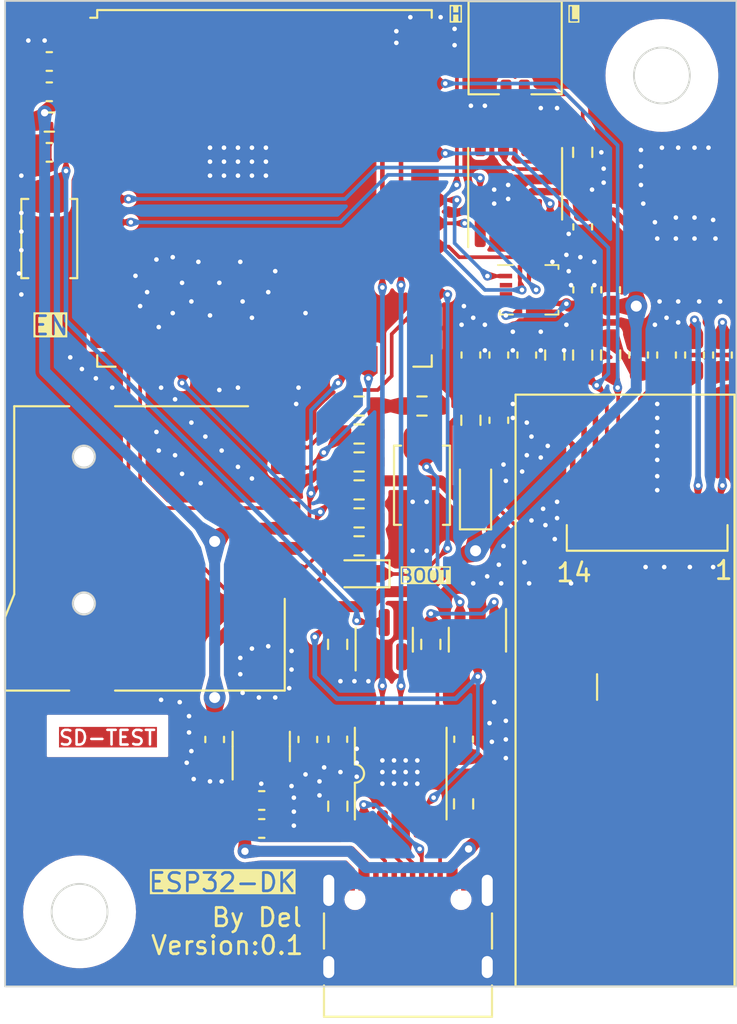
<source format=kicad_pcb>
(kicad_pcb (version 20221018) (generator pcbnew)
  (layers (0 "F.Cu" signal) (31 "B.Cu" signal) (34 "B.Paste" user) (35 "F.Paste" user) (36 "B.SilkS" user "B.Silkscreen") (37 "F.SilkS" user "F.Silkscreen") (38 "B.Mask" user) (39 "F.Mask" user) (44 "Edge.Cuts" user))
  (net 0 "")
  (net 1 "/ESP_EN")
  (net 2 "GND")
  (net 3 "+3.3V")
  (net 4 "Net-(D2-A)")
  (net 5 "Net-(U4-CVOMH)")
  (net 6 "Net-(U4-VCC)")
  (net 7 "Net-(U4-C2N)")
  (net 8 "Net-(U4-C2P)")
  (net 9 "Net-(U4-C1N)")
  (net 10 "Net-(U4-C1P)")
  (net 11 "+5V")
  (net 12 "Net-(U6-BP)")
  (net 13 "Net-(U5-V3)")
  (net 14 "/IO16")
  (net 15 "Net-(D1-A)")
  (net 16 "/CAN_L")
  (net 17 "/CAN_H")
  (net 18 "Net-(Q1-B)")
  (net 19 "/RTS")
  (net 20 "Net-(Q2-B)")
  (net 21 "/IO0")
  (net 22 "/DTR")
  (net 23 "/DATA1")
  (net 24 "/DATA0")
  (net 25 "/CMD")
  (net 26 "/DATA3")
  (net 27 "/DATA2")
  (net 28 "/IO22")
  (net 29 "/IO21")
  (net 30 "Net-(U4-IREF)")
  (net 31 "Net-(USB1-CC1)")
  (net 32 "Net-(USB1-CC2)")
  (net 33 "/CLK")
  (net 35 "/IO36")
  (net 36 "/IO39")
  (net 37 "/IO34")
  (net 38 "/IO35")
  (net 39 "/CAN_RX")
  (net 40 "/CAN_TX")
  (net 50 "/GYRO_INT")
  (net 51 "/CS")
  (net 52 "/IO18")
  (net 53 "/IO19")
  (net 55 "/ESP_RX")
  (net 56 "/ESP_TX")
  (net 57 "/IO23")
  (net 66 "/D+")
  (net 67 "/D-")
  (footprint "Resistor_SMD:R_0603_1608Metric_Pad0.98x0.95mm_HandSolder" (layer "F.Cu") (at 67.564 153.402 180)
    (fp_text reference "R5" hide)
    (fp_text value "10K" hide)
  )
  (footprint "Package_TO_SOT_SMD:SOT-23" (layer "F.Cu") (at 74.0156 163.0915 -90)
    (fp_text reference "Q2" hide)
    (fp_text value "S8050" hide)
  )
  (footprint "Capacitor_SMD:C_0603_1608Metric_Pad1.08x0.95mm_HandSolder" (layer "F.Cu") (at 85.852 147.574 90)
    (fp_text reference "C14" hide)
    (fp_text value "1uF" hide)
  )
  (footprint "ADel:0.91_OLED_14P" (layer "F.Cu") (at 87.271 156.845 -90)
    (fp_text reference "U4" hide)
    (fp_text value "OLED_14P_091" hide)
  )
  (footprint "Resistor_SMD:R_0603_1608Metric_Pad0.98x0.95mm_HandSolder" (layer "F.Cu") (at 67.564 151.878 180)
    (fp_text reference "R2" hide)
    (fp_text value "10K" hide)
  )
  (footprint "Resistor_SMD:R_0603_1608Metric_Pad0.98x0.95mm_HandSolder" (layer "F.Cu") (at 67.564 150.354 180)
    (fp_text reference "R1" hide)
    (fp_text value "10K" hide)
  )
  (footprint "Capacitor_SMD:C_0603_1608Metric_Pad1.08x0.95mm_HandSolder" (layer "F.Cu") (at 50.673 136.525 180)
    (fp_text reference "C1" hide)
    (fp_text value "1uF" hide)
  )
  (footprint "Package_LGA:Bosch_LGA-14_3x2.5mm_P0.5mm" (layer "F.Cu") (at 76.835 144.018)
    (fp_text reference "U3" hide)
    (fp_text value "BMI270" hide)
  )
  (footprint "Package_SO:SOIC-8_3.9x4.9mm_P1.27mm" (layer "F.Cu") (at 76.073 138.238 90)
    (fp_text reference "U2" hide)
    (fp_text value "SN65HVD232" hide)
  )
  (footprint "Resistor_SMD:R_0603_1608Metric_Pad0.98x0.95mm_HandSolder" (layer "F.Cu") (at 79.756 136.525 90)
    (fp_text reference "R10" hide)
    (fp_text value "120R" hide)
  )
  (footprint "Capacitor_SMD:C_0603_1608Metric_Pad1.08x0.95mm_HandSolder" (layer "F.Cu") (at 66.405 168.5172 -90)
    (fp_text reference "C21" hide)
    (fp_text value "100nF" hide)
  )
  (footprint "Capacitor_SMD:C_0603_1608Metric_Pad1.08x0.95mm_HandSolder" (layer "F.Cu") (at 81.28 144.018 90)
    (fp_text reference "C8" hide)
    (fp_text value "100nF" hide)
  )
  (footprint "Resistor_SMD:R_0603_1608Metric_Pad0.98x0.95mm_HandSolder" (layer "F.Cu") (at 73.66 151.13 -90)
    (fp_text reference "R9" hide)
    (fp_text value "4.7K" hide)
  )
  (footprint "Resistor_SMD:R_0603_1608Metric_Pad0.98x0.95mm_HandSolder" (layer "F.Cu") (at 70.993 150.354 180)
    (fp_text reference "R8" hide)
    (fp_text value "5K" hide)
  )
  (footprint "Capacitor_SMD:C_0603_1608Metric_Pad1.08x0.95mm_HandSolder" (layer "F.Cu") (at 76.708 147.574 90)
    (fp_text reference "C11" hide)
    (fp_text value "2.2uF" hide)
  )
  (footprint "Resistor_SMD:R_0603_1608Metric_Pad0.98x0.95mm_HandSolder" (layer "F.Cu") (at 66.3956 163.3455 -90)
    (fp_text reference "R16" hide)
    (fp_text value "10K" hide)
  )
  (footprint "ADel:SW_3x4" (layer "F.Cu") (at 70.993 154.672 -90)
    (fp_text reference "SW2" hide)
    (fp_text value "KEY" hide)
  )
  (footprint "Capacitor_SMD:C_0603_1608Metric_Pad1.08x0.95mm_HandSolder" (layer "F.Cu") (at 87.376 147.574 90)
    (fp_text reference "C13" hide)
    (fp_text value "1uF" hide)
  )
  (footprint "Resistor_SMD:R_0603_1608Metric_Pad0.98x0.95mm_HandSolder" (layer "F.Cu") (at 71.4756 163.3455 90)
    (fp_text reference "R17" hide)
    (fp_text value "10K" hide)
  )
  (footprint "RF_Module:ESP32-WROOM-32U" (layer "F.Cu") (at 62.4062 138.488)
    (fp_text reference "U1" hide)
    (fp_text value "ESP32-WROOM-32U" hide)
  )
  (footprint "Resistor_SMD:R_0603_1608Metric_Pad0.98x0.95mm_HandSolder" (layer "F.Cu") (at 67.564 154.926 180)
    (fp_text reference "R6" hide)
    (fp_text value "10K" hide)
  )
  (footprint "Capacitor_SMD:C_0603_1608Metric_Pad1.08x0.95mm_HandSolder" (layer "F.Cu") (at 75.184 151.13 90)
    (fp_text reference "C10" hide)
    (fp_text value "4.7uF" hide)
  )
  (footprint "Capacitor_SMD:C_0603_1608Metric_Pad1.08x0.95mm_HandSolder" (layer "F.Cu") (at 50.673 131.572 180)
    (fp_text reference "C4" hide)
    (fp_text value "100nF" hide)
  )
  (footprint "Capacitor_SMD:C_0603_1608Metric_Pad1.08x0.95mm_HandSolder" (layer "F.Cu") (at 79.756 144.018 90)
    (fp_text reference "C6" hide)
    (fp_text value "100nF" hide)
  )
  (footprint "Resistor_SMD:R_0603_1608Metric_Pad0.98x0.95mm_HandSolder" (layer "F.Cu") (at 81.28 147.574 -90)
    (fp_text reference "R11" hide)
    (fp_text value "4.7K" hide)
  )
  (footprint "Package_TO_SOT_SMD:SOT-23" (layer "F.Cu") (at 68.9356 163.0915 90)
    (fp_text reference "Q1" hide)
    (fp_text value "S8050" hide)
  )
  (footprint "Resistor_SMD:R_0603_1608Metric_Pad0.98x0.95mm_HandSolder" (layer "F.Cu") (at 67.564 156.45 180)
    (fp_text reference "R7" hide)
    (fp_text value "10K" hide)
  )
  (footprint "Capacitor_SMD:C_0603_1608Metric_Pad1.08x0.95mm_HandSolder" (layer "F.Cu") (at 50.673 133.223 180)
    (fp_text reference "C3" hide)
    (fp_text value "10uF" hide)
  )
  (footprint "ADel:ESSOP-10_P1.0_3.9" (layer "F.Cu") (at 69.834 170.39 90)
    (fp_text reference "U5" hide)
    (fp_text value "CH340K" hide)
  )
  (footprint "Capacitor_SMD:C_0603_1608Metric_Pad1.08x0.95mm_HandSolder" (layer "F.Cu") (at 84.328 147.574 90)
    (fp_text reference "C9" hide)
    (fp_text value "100nF" hide)
  )
  (footprint "Package_TO_SOT_SMD:SOT-23-5" (layer "F.Cu") (at 62.23 168.91 90)
    (fp_text reference "U6" hide)
    (fp_text value "SPX3819M5-L-3-3" hide)
  )
  (footprint "Capacitor_SMD:C_0603_1608Metric_Pad1.08x0.95mm_HandSolder" (layer "F.Cu") (at 73.263 168.5172 -90)
    (fp_text reference "C19" hide)
    (fp_text value "100nF" hide)
  )
  (footprint "Capacitor_SMD:C_0603_1608Metric_Pad1.08x0.95mm_HandSolder" (layer "F.Cu") (at 79.756 140.589 -90)
    (fp_text reference "C5" hide)
    (fp_text value "100nF" hide)
  )
  (footprint "LED_SMD:LED_0603_1608Metric_Pad1.05x0.95mm_HandSolder" (layer "F.Cu") (at 67.564 159.498 180)
    (fp_text reference "D1" hide)
    (fp_text value "LED" hide)
  )
  (footprint "Resistor_SMD:R_0603_1608Metric_Pad0.98x0.95mm_HandSolder" (layer "F.Cu") (at 78.232 147.574 -90)
    (fp_text reference "R13" hide)
    (fp_text value "560K" hide)
  )
  (footprint "Diode_SMD:D_SOD-323_HandSoldering" (layer "F.Cu") (at 73.914 155.067 90)
    (fp_text reference "D2" hide)
    (fp_text value "5819" hide)
  )
  (footprint "Capacitor_SMD:C_0603_1608Metric_Pad1.08x0.95mm_HandSolder" (layer "F.Cu") (at 62.2565 173.3815)
    (fp_text reference "C17" hide)
    (fp_text value "100nF" hide)
  )
  (footprint "Capacitor_SMD:C_0603_1608Metric_Pad1.08x0.95mm_HandSolder" (layer "F.Cu") (at 62.2565 171.8575)
    (fp_text reference "C16" hide)
    (fp_text value "10uF" hide)
  )
  (footprint "Resistor_SMD:R_0603_1608Metric_Pad0.98x0.95mm_HandSolder" (layer "F.Cu") (at 50.673 134.874)
    (fp_text reference "R4" hide)
    (fp_text value "10K" hide)
  )
  (footprint "Resistor_SMD:R_0603_1608Metric_Pad0.98x0.95mm_HandSolder" (layer "F.Cu") (at 66.405 172.168 90)
    (fp_text reference "R14" hide)
    (fp_text value "5.1K" hide)
  )
  (footprint "ADel:SW_3x4" (layer "F.Cu") (at 50.673 141.224 90)
    (fp_text reference "SW1" hide)
    (fp_text value "KEY" hide)
  )
  (footprint "Resistor_SMD:R_0603_1608Metric_Pad0.98x0.95mm_HandSolder" (layer "F.Cu") (at 73.263 172.041 90)
    (fp_text reference "R15" hide)
    (fp_text value "5.1K" hide)
  )
  (footprint "ADel:TF_CARD" (layer "F.Cu") (at 63.011 158.115 -90)
    (fp_text reference "SD1" hide)
    (fp_text value "TF-Card" hide)
    (fp_circle (center -5 10.45) (end -4.4 10.45) (stroke (width 0.12)) (fill none) (layer "Edge.Cuts"))
    (fp_circle (center 3 10.45) (end 3.6 10.45) (stroke (width 0.12)) (fill none) (layer "Edge.Cuts"))
  )
  (footprint "ADel:TYPE-C-16PIN_SMD" (layer "F.Cu") (at 70.251 175.086)
    (fp_text reference "USB1" hide)
    (fp_text value "Type_C_16PIN" hide)
  )
  (footprint "ADel:SH1.0_01x02P_WT" (layer "F.Cu") (at 76.073 133.361 180)
    (fp_text reference "J1" hide)
    (fp_text value "Conn_01x02_Male" hide)
  )
  (footprint "Capacitor_SMD:C_0603_1608Metric_Pad1.08x0.95mm_HandSolder" (layer "F.Cu") (at 73.66 147.574 90)
    (fp_text reference "C12" hide)
    (fp_text value "4.7uF" hide)
  )
  (footprint "Resistor_SMD:R_0603_1608Metric_Pad0.98x0.95mm_HandSolder" (layer "F.Cu") (at 67.564 157.974 180)
    (fp_text reference "R3" hide)
    (fp_text value "2.2K" hide)
  )
  (footprint "Capacitor_SMD:C_0603_1608Metric_Pad1.08x0.95mm_HandSolder" (layer "F.Cu") (at 82.804 147.574 90)
    (fp_text reference "C7" hide)
    (fp_text value "4.7uF" hide)
  )
  (footprint "Resistor_SMD:R_0603_1608Metric_Pad0.98x0.95mm_HandSolder" (layer "F.Cu") (at 79.756 147.574 -90)
    (fp_text reference "R12" hide)
    (fp_text value "4.7K" hide)
  )
  (footprint "Capacitor_SMD:C_0603_1608Metric_Pad1.08x0.95mm_HandSolder" (layer "F.Cu") (at 75.184 147.574 90)
    (fp_text reference "C15" hide)
    (fp_text value "100nF" hide)
  )
  (footprint "Capacitor_SMD:C_0603_1608Metric_Pad1.08x0.95mm_HandSolder" (layer "F.Cu") (at 64.77 168.529 -90)
    (fp_text reference "C18" hide)
    (fp_text value "2.2uF" hide)
  )
  (footprint "Capacitor_SMD:C_0603_1608Metric_Pad1.08x0.95mm_HandSolder" (layer "F.Cu") (at 59.69 168.529 -90)
    (fp_text reference "C20" hide)
    (fp_text value "10uF" hide)
  )
  (gr_circle (center 52.324 177.927) (end 52.324 179.451) (stroke (width 0.1)) (fill none) (layer "Edge.Cuts"))
  (gr_circle (center 84.074 132.334) (end 84.074 133.858) (stroke (width 0.1)) (fill none) (layer "Edge.Cuts"))
  (gr_rect (start 48.26 128.27) (end 88.138 181.991) (stroke (width 0.1)) (fill none) (layer "Edge.Cuts"))
  (gr_text "SD-TEST" (at 51.1175 168.91) (layer "F.Cu" knockout) (effects (font (size 0.8 0.8) (thickness 0.14) bold) (justify left bottom)))
  (gr_text "BOOT" (at 69.723 160.02) (layer "F.SilkS" knockout) (effects (font (size 0.7 0.7) (thickness 0.12) bold) (justify left bottom)))
  (gr_text "1" (at 86.868 159.893) (layer "F.SilkS") (effects (font (size 1 1)) (justify left bottom)))
  (gr_text "Version:0.1" (at 56.134 180.34) (layer "F.SilkS") (effects (font (size 1 1)) (justify left bottom)))
  (gr_text "ESP32-DK" (at 56.007 176.911) (layer "F.SilkS" knockout) (effects (font (size 1 1)) (justify left bottom)))
  (gr_text "EN" (at 49.657 146.558) (layer "F.SilkS" knockout) (effects (font (size 1 1)) (justify left bottom)))
  (gr_text "14" (at 78.232 160.02) (layer "F.SilkS") (effects (font (size 1 1)) (justify left bottom)))
  (gr_text "By Del" (at 59.436 178.816) (layer "F.SilkS") (effects (font (size 1 1)) (justify left bottom)))
  (gr_text "H" (at 72.39 129.413) (layer "F.SilkS" knockout) (effects (font (size 0.7 0.7) (thickness 0.12) bold) (justify left bottom)))
  (gr_text "L" (at 78.867 129.413) (layer "F.SilkS" knockout) (effects (font (size 0.7 0.7) (thickness 0.12) bold) (justify left bottom)))
  (segment (start 67.539 162.154) (end 68.9356 162.154) (width 0.25) (layer "F.Cu") (net 1))
  (segment (start 51.5855 134.874) (end 51.5855 137.541) (width 0.2) (layer "F.Cu") (net 1))
  (segment (start 51.5855 134.874) (end 52.451 134.0085) (width 0.2) (layer "F.Cu") (net 1))
  (segment (start 67.437 162.052) (end 67.539 162.154) (width 0.25) (layer "F.Cu") (net 1))
  (segment (start 52.451 134.0085) (end 52.451 133.223) (width 0.2) (layer "F.Cu") (net 1))
  (segment (start 52.451 133.223) (end 52.901 132.773) (width 0.2) (layer "F.Cu") (net 1))
  (segment (start 51.5855 138.0115) (end 50.673 138.924) (width 0.2) (layer "F.Cu") (net 1))
  (segment (start 52.901 132.773) (end 53.6562 132.773) (width 0.2) (layer "F.Cu") (net 1))
  (segment (start 51.5855 137.541) (end 51.5855 138.0115) (width 0.2) (layer "F.Cu") (net 1))
  (via (at 51.5855 137.541) (size 0.5) (drill 0.25) (layers "F.Cu" "B.Cu") (net 1))
  (via (at 67.437 162.052) (size 0.5) (drill 0.25) (layers "F.Cu" "B.Cu") (net 1))
  (segment (start 67.437 162.052) (end 67.437 161.544) (width 0.25) (layer "B.Cu") (net 1))
  (segment (start 51.5855 145.6925) (end 51.5855 137.541) (width 0.25) (layer "B.Cu") (net 1))
  (segment (start 67.437 161.544) (end 51.5855 145.6925) (width 0.25) (layer "B.Cu") (net 1))
  (via (at 70.739 169.672) (size 0.5) (drill 0.25) (layers "F.Cu" "B.Cu") (net 2))
  (via (at 79.121 143.764) (size 0.5) (drill 0.25) (layers "F.Cu" "B.Cu") (net 2))
  (via (at 49.149 139.827) (size 0.5) (drill 0.25) (layers "F.Cu" "B.Cu") (net 2))
  (via (at 85.598 159.131) (size 0.5) (drill 0.25) (layers "F.Cu" "B.Cu") (net 2))
  (via (at 74.422 145.923) (size 0.5) (drill 0.25) (layers "F.Cu" "B.Cu") (net 2))
  (via (at 65.405 171.577) (size 0.5) (drill 0.25) (layers "F.Cu" "B.Cu") (net 2))
  (via (at 70.739 170.942) (size 0.5) (drill 0.25) (layers "F.Cu" "B.Cu") (net 2))
  (via (at 60.071 152.781) (size 0.5) (drill 0.25) (layers "F.Cu" "B.Cu") (net 2))
  (via (at 77.851 152.527) (size 0.5) (drill 0.25) (layers "F.Cu" "B.Cu") (net 2))
  (via (at 52.451 148.336) (size 0.5) (drill 0.25) (layers "F.Cu" "B.Cu") (net 2))
  (via (at 63.881 163.703) (size 0.5) (drill 0.25) (layers "F.Cu" "B.Cu") (net 2))
  (via (at 76.581 158.877) (size 0.5) (drill 0.25) (layers "F.Cu" "B.Cu") (net 2))
  (via (at 80.391 143.764) (size 0.5) (drill 0.25) (layers "F.Cu" "B.Cu") (net 2))
  (via (at 67.437 169.799) (size 0.5) (drill 0.25) (layers "F.Cu" "B.Cu") (net 2))
  (via (at 74.93 138.557) (size 0.5) (drill 0.25) (layers "F.Cu" "B.Cu") (net 2))
  (via (at 75.438 157.988) (size 0.5) (drill 0.25) (layers "F.Cu" "B.Cu") (net 2))
  (via (at 62.611 163.449) (size 0.5) (drill 0.25) (layers "F.Cu" "B.Cu") (net 2))
  (via (at 74.676 167.64) (size 0.5) (drill 0.25) (layers "F.Cu" "B.Cu") (net 2))
  (via (at 67.31 165.354) (size 0.5) (drill 0.25) (layers "F.Cu" "B.Cu") (net 2))
  (via (at 68.072 165.354) (size 0.5) (drill 0.25) (layers "F.Cu" "B.Cu") (net 2))
  (via (at 62.992 143.002) (size 0.5) (drill 0.25) (layers "F.Cu" "B.Cu") (net 2))
  (via (at 83.058 139.319) (size 0.5) (drill 0.25) (layers "F.Cu" "B.Cu") (net 2))
  (via (at 56.769 149.352) (size 0.5) (drill 0.25) (layers "F.Cu" "B.Cu") (net 2))
  (via (at 67.437 169.037) (size 0.5) (drill 0.25) (layers "F.Cu" "B.Cu") (net 2))
  (via (at 75.946 151.003) (size 0.5) (drill 0.25) (layers "F.Cu" "B.Cu") (net 2))
  (via (at 83.82 153.289) (size 0.5) (drill 0.25) (layers "F.Cu" "B.Cu") (net 2))
  (via (at 85.852 140.081) (size 0.5) (drill 0.25) (layers "F.Cu" "B.Cu") (net 2))
  (via (at 84.836 140.081) (size 0.5) (drill 0.25) (layers "F.Cu" "B.Cu") (net 2))
  (via (at 60.96 136.271) (size 0.5) (drill 0.25) (layers "F.Cu" "B.Cu") (net 2))
  (via (at 83.82 154.94) (size 0.5) (drill 0.25) (layers "F.Cu" "B.Cu") (net 2))
  (via (at 83.82 152.527) (size 0.5) (drill 0.25) (layers "F.Cu" "B.Cu") (net 2))
  (via (at 75.692 139.065) (size 0.5) (drill 0.25) (layers "F.Cu" "B.Cu") (net 2))
  (via (at 80.899 137.414) (size 0.5) (drill 0.25) (layers "F.Cu" "B.Cu") (net 2))
  (via (at 80.391 142.494) (size 0.5) (drill 0.25) (layers "F.Cu" "B.Cu") (net 2))
  (via (at 61.722 163.576) (size 0.5) (drill 0.25) (layers "F.Cu" "B.Cu") (net 2))
  (via (at 59.944 149.479) (size 0.5) (drill 0.25) (layers "F.Cu" "B.Cu") (net 2))
  (via (at 70.485 158.242) (size 0.5) (drill 0.25) (layers "F.Cu" "B.Cu") (net 2))
  (via (at 85.852 136.271) (size 0.5) (drill 0.25) (layers "F.Cu" "B.Cu") (net 2))
  (via (at 50.419 130.429) (size 0.5) (drill 0.25) (layers "F.Cu" "B.Cu") (net 2))
  (via (at 60.96 137.033) (size 0.5) (drill 0.25) (layers "F.Cu" "B.Cu") (net 2))
  (via (at 66.548 165.354) (size 0.5) (drill 0.25) (layers "F.Cu" "B.Cu") (net 2))
  (via (at 78.74 147.32) (size 0.5) (drill 0.25) (layers "F.Cu" "B.Cu") (net 2))
  (via (at 69.469 170.307) (size 0.5) (drill 0.25) (layers "F.Cu" "B.Cu") (net 2))
  (via (at 62.23 170.942) (size 0.5) (drill 0.25) (layers "F.Cu" "B.Cu") (net 2))
  (via (at 76.835 160.02) (size 0.5) (drill 0.25) (layers "F.Cu" "B.Cu") (net 2))
  (via (at 74.93 166.497) (size 0.5) (drill 0.25) (layers "F.Cu" "B.Cu") (net 2))
  (via (at 78.994 140.97) (size 0.5) (drill 0.25) (layers "F.Cu" "B.Cu") (net 2))
  (via (at 78.105 142.494) (size 0.5) (drill 0.25) (layers "F.Cu" "B.Cu") (net 2))
  (via (at 70.104 169.672) (size 0.5) (drill 0.25) (layers "F.Cu" "B.Cu") (net 2))
  (via (at 86.868 140.208) (size 0.5) (drill 0.25) (layers "F.Cu" "B.Cu") (net 2))
  (via (at 83.82 151.765) (size 0.5) (drill 0.25) (layers "F.Cu" "B.Cu") (net 2))
  (via (at 57.404 145.288) (size 0.5) (drill 0.25) (layers "F.Cu" "B.Cu") (net 2))
  (via (at 78.867 142.113) (size 0.5) (drill 0.25) (layers "F.Cu" "B.Cu") (net 2))
  (via (at 60.96 137.795) (size 0.5) (drill 0.25) (layers "F.Cu" "B.Cu") (net 2))
  (via (at 64.643 170.434) (size 0.5) (drill 0.25) (layers "F.Cu" "B.Cu") (net 2))
  (via (at 75.946 147.32) (size 0.5) (drill 0.25) (layers "F.Cu" "B.Cu") (net 2))
  (via (at 56.642 146.05) (size 0.5) (drill 0.25) (layers "F.Cu" "B.Cu") (net 2))
  (via (at 60.198 136.271) (size 0.5) (drill 0.25) (layers "F.Cu" "B.Cu") (net 2))
  (via (at 57.531 153.035) (size 0.5) (drill 0.25) (layers "F.Cu" "B.Cu") (net 2))
  (via (at 84.963 145.796) (size 0.5) (drill 0.25) (layers "F.Cu" "B.Cu") (net 2))
  (via (at 57.531 149.987) (size 0.5) (drill 0.25) (layers "F.Cu" "B.Cu") (net 2))
  (via (at 71.247 158.242) (size 0.5) (drill 0.25) (layers "F.Cu" "B.Cu") (net 2))
  (via (at 61.087 164.973) (size 0.5) (drill 0.25) (layers "F.Cu" "B.Cu") (net 2))
  (via (at 64.262 149.352) (size 0.5) (drill 0.25) (layers "F.Cu" "B.Cu") (net 2))
  (via (at 62.484 137.795) (size 0.5) (drill 0.25) (layers "F.Cu" "B.Cu") (net 2))
  (via (at 56.642 152.781) (size 0.5) (drill 0.25) (layers "F.Cu" "B.Cu") (net 2))
  (via (at 79.629 142.24) (size 0.5) (drill 0.25) (layers "F.Cu" "B.Cu") (net 2))
  (via (at 75.565 168.529) (size 0.5) (drill 0.25) (layers "F.Cu" "B.Cu") (net 2))
  (via (at 56.515 151.765) (size 0.5) (drill 0.25) (layers "F.Cu" "B.Cu") (net 2))
  (via (at 83.185 159.131) (size 0.5) (drill 0.25) (layers "F.Cu" "B.Cu") (net 2))
  (via (at 83.82 151.003) (size 0.5) (drill 0.25) (layers "F.Cu" "B.Cu") (net 2))
  (via (at 82.931 136.398) (size 0.5) (drill 0.25) (layers "F.Cu" "B.Cu") (net 2))
  (via (at 62.484 136.271) (size 0.5) (drill 0.25) (layers "F.Cu" "B.Cu") (net 2))
  (via (at 84.836 141.224) (size 0.5) (drill 0.25) (layers "F.Cu" "B.Cu") (net 2))
  (via (at 74.803 168.656) (size 0.5) (drill 0.25) (layers "F.Cu" "B.Cu") (net 2))
  (via (at 85.852 141.224) (size 0.5) (drill 0.25) (layers "F.Cu" "B.Cu") (net 2))
  (via (at 78.359 155.575) (size 0.5) (drill 0.25) (layers "F.Cu" "B.Cu") (net 2))
  (via (at 70.485 155.575) (size 0.5) (drill 0.25) (layers "F.Cu" "B.Cu") (net 2))
  (via (at 55.626 144.907) (size 0.5) (drill 0.25) (layers "F.Cu" "B.Cu") (net 2))
  (via (at 58.928 154.559) (size 0.5) (drill 0.25) (layers "F.Cu" "B.Cu") (net 2))
  (via (at 86.106 144.653) (size 0.5) (drill 0.25) (layers "F.Cu" "B.Cu") (net 2))
  (via (at 84.074 136.271) (size 0.5) (drill 0.25) (layers "F.Cu" "B.Cu") (net 2))
  (via (at 78.232 157.607) (size 0.5) (drill 0.25) (layers "F.Cu" "B.Cu") (net 2))
  (via (at 75.565 167.513) (size 0.5) (drill 0.25) (layers "F.Cu" "B.Cu") (net 2))
  (via (at 76.962 156.591) (size 0.5) (drill 0.25) (layers "F.Cu" "B.Cu") (net 2))
  (via (at 84.963 144.653) (size 0.5) (drill 0.25) (layers "F.Cu" "B.Cu") (net 2))
  (via (at 78.867 145.923) (size 0.5) (drill 0.25) (layers "F.Cu" "B.Cu") (net 2))
  (via (at 56.007 144.145) (size 0.5) (drill 0.25) (layers "F.Cu" "B.Cu") (net 2))
  (via (at 59.944 143.637) (size 0.5) (drill 0.25) (layers "F.Cu" "B.Cu") (net 2))
  (via (at 64.008 172.466) (size 0.5) (drill 0.25) (layers "F.Cu" "B.Cu") (net 2))
  (via (at 62.484 137.033) (size 0.5) (drill 0.25) (layers "F.Cu" "B.Cu") (net 2))
  (via (at 84.328 145.542) (size 0.5) (drill 0.25) (layers "F.Cu" "B.Cu") (net 2))
  (via (at 70.358 129.159) (size 0.5) (drill 0.25) (layers "F.Cu" "B.Cu") (net 2))
  (via (at 79.121 160.02) (size 0.5) (drill 0.25) (layers "F.Cu" "B.Cu") (net 2))
  (via (at 78.994 143.002) (size 0.5) (drill 0.25) (layers "F.Cu" "B.Cu") (net 2))
  (via (at 49.149 140.843) (size 0.5) (drill 0.25) (layers "F.Cu" "B.Cu") (net 2))
  (via (at 70.104 170.307) (size 0.5) (drill 0.25) (layers "F.Cu" "B.Cu") (net 2))
  (via (at 60.198 137.795) (size 0.5) (drill 0.25) (layers "F.Cu" "B.Cu") (net 2))
  (via (at 49.53 130.429) (size 0.5) (drill 0.25) (layers "F.Cu" "B.Cu") (net 2))
  (via (at 59.436 145.415) (size 0.5) (drill 0.25) (layers "F.Cu" "B.Cu") (net 2))
  (via (at 61.214 144.653) (size 0.5) (drill 0.25) (layers "F.Cu" "B.Cu") (net 2))
  (via (at 76.962 152.019) (size 0.5) (drill 0.25) (layers "F.Cu" "B.Cu") (net 2))
  (via (at 75.946 150.241) (size 0.5) (drill 0.25) (layers "F.Cu" "B.Cu") (net 2))
  (via (at 69.596 129.921) (size 0.5) (drill 0.25) (layers "F.Cu" "B.Cu") (net 2))
  (via (at 64.643 145.288) (size 0.5) (drill 0.25) (layers "F.Cu" "B.Cu") (net 2))
  (via (at 60.071 170.815) (size 0.5) (drill 0.25) (layers "F.Cu" "B.Cu") (net 2))
  (via (at 62.611 144.145) (size 0.5) (drill 0.25) (layers "F.Cu" "B.Cu") (net 2))
  (via (at 77.47 147.32) (size 0.5) (drill 0.25) (layers "F.Cu" "B.Cu") (net 2))
  (via (at 67.437 170.561) (size 0.5) (drill 0.25) (layers "F.Cu" "B.Cu") (net 2))
  (via (at 72.009 129.159) (size 0.5) (drill 0.25) (layers "F.Cu" "B.Cu") (net 2))
  (via (at 69.596 130.556) (size 0.5) (drill 0.25) (layers "F.Cu" "B.Cu") (net 2))
  (via (at 80.264 138.557) (size 0.5) (drill 0.25) (layers "F.Cu" "B.Cu") (net 2))
  (via (at 78.359 156.464) (size 0.5) (drill 0.25) (layers "F.Cu" "B.Cu") (net 2))
  (via (at 73.787 145.542) (size 0.5) (drill 0.25) (layers "F.Cu" "B.Cu") (net 2))
  (via (at 49.149 141.859) (size 0.5) (drill 0.25) (layers "F.Cu" "B.Cu") (net 2))
  (via (at 72.771 129.794) (size 0.5) (drill 0.25) (layers "F.Cu" "B.Cu") (net 2))
  (via (at 61.722 137.033) (size 0.5) (drill 0.25) (layers "F.Cu" "B.Cu") (net 2))
  (via (at 63.754 165.735) (size 0.5) (drill 0.25) (layers "F.Cu" "B.Cu") (net 2))
  (via (at 57.785 166.497) (size 0.5) (drill 0.25) (layers "F.Cu" "B.Cu") (net 2))
  (via (at 58.42 151.257) (size 0.5) (drill 0.25) (layers "F.Cu" "B.Cu") (net 2))
  (via (at 76.454 153.924) (size 0.5) (drill 0.25) (layers "F.Cu" "B.Cu") (net 2))
  (via (at 82.931 137.287) (size 0.5) (drill 0.25) (layers "F.Cu" "B.Cu") (net 2))
  (via (at 61.214 165.989) (size 0.5) (drill 0.25) (layers "F.Cu" "B.Cu") (net 2))
  (via (at 61.722 154.305) (size 0.5) (drill 0.25) (layers "F.Cu" "B.Cu") (net 2))
  (via (at 59.182 152.019) (size 0.5) (drill 0.25) (layers "F.Cu" "B.Cu") (net 2))
  (via (at 75.438 153.543) (size 0.5) (drill 0.25) (layers "F.Cu" "B.Cu") (net 2))
  (via (at 83.82 150.241) (size 0.5) (drill 0.25) (layers "F.Cu" "B.Cu") (net 2))
  (via (at 61.087 142.494) (size 0.5) (drill 0.25) (layers "F.Cu" "B.Cu") (net 2))
  (via (at 66.548 170.307) (size 0.5) (drill 0.25) (layers "F.Cu" "B.Cu") (net 2))
  (via (at 72.771 130.683) (size 0.5) (drill 0.25) (layers "F.Cu" "B.Cu") (net 2))
  (via (at 62.103 166.243) (size 0.5) (drill 0.25) (layers "F.Cu" "B.Cu") (net 2))
  (via (at 55.372 143.256) (size 0.5) (drill 0.25) (layers "F.Cu" "B.Cu") (net 2))
  (via (at 86.868 159.131) (size 0.5) (drill 0.25) (layers "F.Cu" "B.Cu") (net 2))
  (via (at 61.722 145.542) (size 0.5) (drill 0.25) (layers "F.Cu" "B.Cu") (net 2))
  (via (at 70.739 170.307) (size 0.5) (drill 0.25) (layers "F.Cu" "B.Cu") (net 2))
  (via (at 74.93 139.319) (size 0.5) (drill 0.25) (layers "F.Cu" "B.Cu") (net 2))
  (via (at 74.422 133.985) (size 0.5) (drill 0.25) (layers "F.Cu" "B.Cu") (net 2))
  (via (at 64.008 171.704) (size 0.5) (drill 0.25) (layers "F.Cu" "B.Cu") (net 2))
  (via (at 68.834 170.307) (size 0.5) (drill 0.25) (layers "F.Cu" "B.Cu") (net 2))
  (via (at 49.149 137.795) (size 0.5) (drill 0.25) (layers "F.Cu" "B.Cu") (net 2))
  (via (at 73.152 145.923) (size 0.5) (drill 0.25) (layers "F.Cu" "B.Cu") (net 2))
  (via (at 77.724 156.845) (size 0.5) (drill 0.25) (layers "F.Cu" "B.Cu") (net 2))
  (via (at 59.436 137.795) (size 0.5) (drill 0.25) (layers "F.Cu" "B.Cu") (net 2))
  (via (at 87.249 144.653) (size 0.5) (drill 0.25) (layers "F.Cu" "B.Cu") (net 2))
  (via (at 58.293 167.259) (size 0.5) (drill 0.25) (layers "F.Cu" "B.Cu") (net 2))
  (via (at 75.565 154.432) (size 0.5) (drill 0.25) (layers "F.Cu" "B.Cu") (net 2))
  (via (at 65.659 170.053) (size 0.5) (drill 0.25) (layers "F.Cu" "B.Cu") (net 2))
  (via (at 77.597 155.956) (size 0.5) (drill 0.25) (layers "F.Cu" "B.Cu") (net 2))
  (via (at 60.96 153.67) (size 0.5) (drill 0.25) (layers "F.Cu" "B.Cu") (net 2))
  (via (at 57.912 154.051) (size 0.5) (drill 0.25) (layers "F.Cu" "B.Cu") (net 2))
  (via (at 63.881 171.069) (size 0.5) (drill 0.25) (layers "F.Cu" "B.Cu") (net 2))
  (via (at 56.515 142.367) (size 0.5) (drill 0.25) (layers "F.Cu" "B.Cu") (net 2))
  (via (at 83.947 144.653) (size 0.5) (drill 0.25) (layers "F.Cu" "B.Cu") (net 2))
  (via (at 83.693 140.335) (size 0.5) (drill 0.25) (layers "F.Cu" "B.Cu") (net 2))
  (via (at 60.198 137.033) (size 0.5) (drill 0.25) (layers "F.Cu" "B.Cu") (net 2))
  (via (at 83.82 154.178) (size 0.5) (drill 0.25) (layers "F.Cu" "B.Cu") (net 2))
  (via (at 65.405 170.815) (size 0.5) (drill 0.25) (layers "F.Cu" "B.Cu") (net 2))
  (via (at 60.96 149.352) (size 0.5) (drill 0.25) (layers "F.Cu" "B.Cu") (net 2))
  (via (at 86.614 136.271) (size 0.5) (drill 0.25) (layers "F.Cu" "B.Cu") (net 2))
  (via (at 74.422 147.32) (size 0.5) (drill 0.25) (layers "F.Cu" "B.Cu") (net 2))
  (via (at 61.722 136.271) (size 0.5) (drill 0.25) (layers "F.Cu" "B.Cu") (net 2))
  (via (at 83.82 141.224) (size 0.5) (drill 0.25) (layers "F.Cu" "B.Cu") (net 2))
  (via (at 58.547 170.688) (size 0.5) (drill 0.25) (layers "F.Cu" "B.Cu") (net 2))
  (via (at 58.166 169.799) (size 0.5) (drill 0.25) (layers "F.Cu" "B.Cu") (net 2))
  (via (at 75.311 160.02) (size 0.5) (drill 0.25) (layers "F.Cu" "B.Cu") (net 2))
  (via (at 80.899 138.176) (size 0.5) (drill 0.25) (layers "F.Cu" "B.Cu") (net 2))
  (via (at 86.995 141.224) (size 0.5) (drill 0.25) (layers "F.Cu" "B.Cu") (net 2))
  (via (at 71.247 155.575) (size 0.5) (drill 0.25) (layers "F.Cu" "B.Cu") (net 2))
  (via (at 77.47 146.304) (size 0.5) (drill 0.25) (layers "F.Cu" "B.Cu") (net 2))
  (via (at 61.087 164.084) (size 0.5) (drill 0.25) (layers "F.Cu" "B.Cu") (net 2))
  (via (at 62.992 166.243) (size 0.5) (drill 0.25) (layers "F.Cu" "B.Cu") (net 2))
  (via (at 84.201 159.131) (size 0.5) (drill 0.25) (layers "F.Cu" "B.Cu") (net 2))
  (via (at 59.436 137.033) (size 0.5) (drill 0.25) (layers "F.Cu" "B.Cu") (net 2))
  (via (at 68.834 169.672) (size 0.5) (drill 0.25) (layers "F.Cu" "B.Cu") (net 2))
  (via (at 53.213 148.844) (size 0.5) (drill 0.25) (layers "F.Cu" "B.Cu") (net 2))
  (via (at 59.436 136.271) (size 0.5) (drill 0.25) (layers "F.Cu" "B.Cu") (net 2))
  (via (at 76.708 153.035) (size 0.5) (drill 0.25) (layers "F.Cu" "B.Cu") (net 2))
  (via (at 75.565 169.545) (size 0.5) (drill 0.25) (layers "F.Cu" "B.Cu") (net 2))
  (via (at 77.47 134.112) (size 0.5) (drill 0.25) (layers "F.Cu" "B.Cu") (net 2))
  (via (at 56.769 166.37) (size 0.5) (drill 0.25) (layers "F.Cu" "B.Cu") (net 2))
  (via (at 63.881 164.719) (size 0.5) (drill 0.25) (layers "F.Cu" "B.Cu") (net 2))
  (via (at 75.692 138.303) (size 0.5) (drill 0.25) (layers "F.Cu" "B.Cu") (net 2))
  (via (at 49.022 143.129) (size 0.5) (drill 0.25) (layers "F.Cu" "B.Cu") (net 2))
  (via (at 73.66 133.985) (size 0.5) (drill 0.25) (layers "F.Cu" "B.Cu") (net 2))
  (via (at 58.801 142.494) (size 0.5) (drill 0.25) (layers "F.Cu" "B.Cu") (net 2))
  (via (at 76.708 151.257) (size 0.5) (drill 0.25) (layers "F.Cu" "B.Cu") (net 2))
  (via (at 75.946 146.304) (size 0.5) (drill 0.25) (layers "F.Cu" "B.Cu") (net 2))
  (via (at 69.469 170.942) (size 0.5) (drill 0.25) (layers "F.Cu" "B.Cu") (net 2))
  (via (at 61.722 137.795) (size 0.5) (drill 0.25) (layers "F.Cu" "B.Cu") (net 2))
  (via (at 69.469 169.672) (size 0.5) (drill 0.25) (layers "F.Cu" "B.Cu") (net 2))
  (via (at 64.135 150.241) (size 0.5) (drill 0.25) (layers "F.Cu" "B.Cu") (net 2))
  (via (at 58.293 168.148) (size 0.5) (drill 0.25) (layers "F.Cu" "B.Cu") (net 2))
  (via (at 57.912 143.637) (size 0.5) (drill 0.25) (layers "F.Cu" "B.Cu") (net 2))
  (via (at 75.184 159.004) (size 0.5) (drill 0.25) (layers "F.Cu" "B.Cu") (net 2))
  (via (at 73.787 160.02) (size 0.5) (drill 0.25) (layers "F.Cu" "B.Cu") (net 2))
  (via (at 58.42 144.653) (size 0.5) (drill 0.25) (layers "F.Cu" "B.Cu") (net 2))
  (via (at 51.816 147.701) (size 0.5) (drill 0.25) (layers "F.Cu" "B.Cu") (net 2))
  (via (at 80.772 136.525) (size 0.5) (drill 0.25) (layers "F.Cu" "B.Cu") (net 2))
  (via (at 82.931 138.303) (size 0.5) (drill 0.25) (layers "F.Cu" "B.Cu") (net 2))
  (via (at 59.436 170.815) (size 0.5) (drill 0.25) (layers "F.Cu" "B.Cu") (net 2))
  (via (at 64.008 173.228) (size 0.5) (drill 0.25) (layers "F.Cu" "B.Cu") (net 2))
  (via (at 74.549 159.639) (size 0.5) (drill 0.25) (layers "F.Cu" "B.Cu") (net 2))
  (via (at 77.47 153.162) (size 0.5) (drill 0.25) (layers "F.Cu" "B.Cu") (net 2))
  (via (at 73.279 144.907) (size 0.5) (drill 0.25) (layers "F.Cu" "B.Cu") (net 2))
  (via (at 58.42 169.164) (size 0.5) (drill 0.25) (layers "F.Cu" "B.Cu") (net 2))
  (via (at 57.404 142.24) (size 0.5) (drill 0.25) (layers "F.Cu" "B.Cu") (net 2))
  (via (at 54.102 149.352) (size 0.5) (drill 0.25) (layers "F.Cu" "B.Cu") (net 2))
  (via (at 78.359 134.112) (size 0.5) (drill 0.25) (layers "F.Cu" "B.Cu") (net 2))
  (via (at 70.104 170.942) (size 0.5) (drill 0.25) (layers "F.Cu" "B.Cu") (net 2))
  (via (at 84.963 136.271) (size 0.5) (drill 0.25) (layers "F.Cu" "B.Cu") (net 2))
  (via (at 83.693 145.923) (size 0.5) (drill 0.25) (layers "F.Cu" "B.Cu") (net 2))
  (via (at 68.834 170.942) (size 0.5) (drill 0.25) (layers "F.Cu" "B.Cu") (net 2))
  (via (at 49.149 144.272) (size 0.5) (drill 0.25) (layers "F.Cu" "B.Cu") (net 2))
  (segment (start 82.804 148.4365) (end 84.328 148.4365) (width 0.4) (layer "F.Cu") (net 3))
  (segment (start 84.791 156.845) (end 84.791 154.006) (width 0.3) (layer "F.Cu") (net 3))
  (segment (start 73.406 158.242) (end 73.914 158.242) (width 0.6) (layer "F.Cu") (net 3))
  (segment (start 82.677 144.907) (end 78.994 144.907) (width 0.6) (layer "F.Cu") (net 3))
  (segment (start 50.3925 134.366) (end 50.419 134.366) (width 0.6) (layer "F.Cu") (net 3))
  (segment (start 71.175 160.473) (end 73.406 158.242) (width 0.6) (layer "F.Cu") (net 3))
  (segment (start 81.28 146.6615) (end 81.28 146.9125) (width 0.4) (layer "F.Cu") (net 3))
  (segment (start 84.328 148.59) (end 84.328 148.4365) (width 0.3) (layer "F.Cu") (net 3))
  (segment (start 72.523 151.3545) (end 72.523 154.926) (width 0.3) (layer "F.Cu") (net 3))
  (segment (start 50.419 134.3395) (end 51.5355 133.223) (width 0.6) (layer "F.Cu") (net 3))
  (segment (start 51.5355 131.572) (end 53.5872 131.572) (width 0.6) (layer "F.Cu") (net 3))
  (segment (start 53.5872 131.572) (end 53.6562 131.503) (width 0.6) (layer "F.Cu") (net 3))
  (segment (start 59.69 166.243) (end 59.69 163.322) (width 0.6) (layer "F.Cu") (net 3))
  (segment (start 68.4765 157.974) (end 68.4765 150.354) (width 0.6) (layer "F.Cu") (net 3))
  (segment (start 68.4765 150.354) (end 70.0805 150.354) (width 0.6) (layer "F.Cu") (net 3))
  (segment (start 49.8845 134.874) (end 50.3925 134.366) (width 0.6) (layer "F.Cu") (net 3))
  (segment (start 72.503 154.926) (end 72.523 154.926) (width 0.6) (layer "F.Cu") (net 3))
  (segment (start 76.708 140.713) (end 76.708 138.938) (width 0.4) (layer "F.Cu") (net 3))
  (segment (start 82.677 144.907) (end 82.677 140.97) (width 0.4) (layer "F.Cu") (net 3))
  (segment (start 59.796 167.7725) (end 59.69 167.6665) (width 0.6) (layer "F.Cu") (net 3))
  (segment (start 68.889 160.473) (end 71.175 160.473) (width 0.6) (layer "F.Cu") (net 3))
  (segment (start 59.69 167.6665) (end 59.69 166.243) (width 0.6) (layer "F.Cu") (net 3))
  (segment (start 68.072 161.29) (end 68.889 160.473) (width 0.6) (layer "F.Cu") (net 3))
  (segment (start 82.931 156.845) (end 82.931 149.987) (width 0.3) (layer "F.Cu") (net 3))
  (segment (start 78.994 144.907) (end 78.867 144.78) (width 0.6) (layer "F.Cu") (net 3))
  (segment (start 59.69 157.734) (end 60.409 157.015) (width 0.6) (layer "F.Cu") (net 3))
  (segment (start 68.4765 154.432) (end 72.009 154.432) (width 0.6) (layer "F.Cu") (net 3))
  (segment (start 78.855 144.768) (end 78.867 144.78) (width 0.25) (layer "F.Cu") (net 3))
  (segment (start 61.28 167.7725) (end 59.796 167.7725) (width 0.6) (layer "F.Cu") (net 3))
  (segment (start 82.931 149.987) (end 84.328 148.59) (width 0.3) (layer "F.Cu") (net 3))
  (segment (start 82.677 140.97) (end 81.4335 139.7265) (width 0.4) (layer "F.Cu") (net 3))
  (segment (start 84.582 153.797) (end 84.582 148.6905) (width 0.3) (layer "F.Cu") (net 3))
  (segment (start 81.28 146.9125) (end 82.804 148.4365) (width 0.4) (layer "F.Cu") (net 3))
  (segment (start 79.756 139.319) (end 79.756 139.7265) (width 0.4) (layer "F.Cu") (net 3))
  (segment (start 73.66 150.2175) (end 72.523 151.3545) (width 0.3) (layer "F.Cu") (net 3))
  (segment (start 72.523 154.926) (end 73.914 156.317) (width 0.6) (layer "F.Cu") (net 3))
  (segment (start 76.977 138.669) (end 79.106 138.669) (width 0.4) (layer "F.Cu") (net 3))
  (segment (start 79.756 146.6615) (end 81.28 146.6615) (width 0.6) (layer "F.Cu") (net 3))
  (segment (start 84.582 148.6905) (end 84.328 148.4365) (width 0.3) (layer "F.Cu") (net 3))
  (segment (start 61.722 161.29) (end 68.072 161.29) (width 0.6) (layer "F.Cu") (net 3))
  (segment (start 50.419 134.366) (end 50.419 134.3395) (width 0.6) (layer "F.Cu") (net 3))
  (segment (start 73.914 158.242) (end 73.914 156.317) (width 0.6) (layer "F.Cu") (net 3))
  (segment (start 84.791 154.006) (end 84.582 153.797) (width 0.3) (layer "F.Cu") (net 3))
  (segment (start 49.7605 134.874) (end 49.8845 134.874) (width 0.6) (layer "F.Cu") (net 3))
  (segment (start 79.106 138.669) (end 79.756 139.319) (width 0.4) (layer "F.Cu") (net 3))
  (segment (start 59.69 163.322) (end 61.722 161.29) (width 0.6) (layer "F.Cu") (net 3))
  (segment (start 51.5355 133.223) (end 51.5355 131.572) (width 0.6) (layer "F.Cu") (net 3))
  (segment (start 75.9505 145.415) (end 75.565 145.415) (width 0.25) (layer "F.Cu") (net 3))
  (segment (start 79.756 144.8805) (end 79.756 146.6615) (width 0.6) (layer "F.Cu") (net 3))
  (segment (start 76.335 145.0305) (end 75.9505 145.415) (width 0.25) (layer "F.Cu") (net 3))
  (segment (start 68.4765 154.926) (end 68.4765 154.432) (width 0.6) (layer "F.Cu") (net 3))
  (segment (start 78.0975 144.768) (end 78.855 144.768) (width 0.25) (layer "F.Cu") (net 3))
  (segment (start 76.708 138.938) (end 76.977 138.669) (width 0.4) (layer "F.Cu") (net 3))
  (segment (start 60.409 157.015) (end 63.561 157.015) (width 0.6) (layer "F.Cu") (net 3))
  (segment (start 72.009 154.432) (end 72.503 154.926) (width 0.6) (layer "F.Cu") (net 3))
  (segment (start 81.4335 139.7265) (end 79.756 139.7265) (width 0.4) (layer "F.Cu") (net 3))
  (via (at 59.69 166.243) (size 1.2) (drill 0.6) (layers "F.Cu" "B.Cu") (net 3))
  (via (at 82.677 144.907) (size 1.2) (drill 0.6) (layers "F.Cu" "B.Cu") (net 3))
  (via (at 78.867 144.78) (size 0.5) (drill 0.25) (layers "F.Cu" "B.Cu") (net 3))
  (via (at 59.69 157.734) (size 1.2) (drill 0.6) (layers "F.Cu" "B.Cu") (net 3))
  (via (at 73.914 158.242) (size 1.2) (drill 0.6) (layers "F.Cu" "B.Cu") (net 3))
  (via (at 75.565 145.415) (size 0.5) (drill 0.25) (layers "F.Cu" "B.Cu") (net 3))
  (via (at 50.419 134.366) (size 0.8) (drill 0.4) (layers "F.Cu" "B.Cu") (net 3))
  (segment (start 73.914 158.242) (end 82.677 149.479) (width 0.6) (layer "B.Cu") (net 3))
  (segment (start 75.565 145.415) (end 78.232 145.415) (width 0.25) (layer "B.Cu") (net 3))
  (segment (start 59.69 157.734) (end 59.69 166.243) (width 0.6) (layer "B.Cu") (net 3))
  (segment (start 78.232 145.415) (end 78.867 144.78) (width 0.25) (layer "B.Cu") (net 3))
  (segment (start 59.69 157.734) (end 50.419 148.463) (width 0.6) (layer "B.Cu") (net 3))
  (segment (start 50.419 148.463) (end 50.419 134.366) (width 0.6) (layer "B.Cu") (net 3))
  (segment (start 82.677 149.479) (end 82.677 144.907) (width 0.6) (layer "B.Cu") (net 3))
  (segment (start 78.359 159.131) (end 81.788 159.131) (width 0.2) (layer "F.Cu") (net 4))
  (segment (start 73.66 152.0425) (end 73.66 153.563) (width 0.2) (layer "F.Cu") (net 4))
  (segment (start 75.184 151.9925) (end 73.71 151.9925) (width 0.2) (layer "F.Cu") (net 4))
  (segment (start 73.914 154.686) (end 78.359 159.131) (width 0.2) (layer "F.Cu") (net 4))
  (segment (start 81.788 159.131) (end 82.311 158.608) (width 0.2) (layer "F.Cu") (net 4))
  (segment (start 73.71 151.9925) (end 73.66 152.0425) (width 0.2) (layer "F.Cu") (net 4))
  (segment (start 82.311 158.608) (end 82.311 156.845) (width 0.2) (layer "F.Cu") (net 4))
  (segment (start 73.66 153.563) (end 73.914 153.817) (width 0.2) (layer "F.Cu") (net 4))
  (segment (start 73.914 153.817) (end 73.914 154.686) (width 0.2) (layer "F.Cu") (net 4))
  (segment (start 79.831 151.5595) (end 76.708 148.4365) (width 0.3) (layer "F.Cu") (net 5))
  (segment (start 79.831 156.845) (end 79.831 151.5595) (width 0.3) (layer "F.Cu") (net 5))
  (segment (start 79.211 156.845) (end 79.211 152.4635) (width 0.3) (layer "F.Cu") (net 6))
  (segment (start 75.184 148.4365) (end 73.66 148.4365) (width 0.3) (layer "F.Cu") (net 6))
  (segment (start 79.211 152.4635) (end 75.184 148.4365) (width 0.3) (layer "F.Cu") (net 6))
  (segment (start 86.651 149.1615) (end 87.376 148.4365) (width 0.3) (layer "F.Cu") (net 7))
  (segment (start 86.651 156.845) (end 86.651 149.1615) (width 0.3) (layer "F.Cu") (net 7))
  (segment (start 87.271 154.791) (end 87.376 154.686) (width 0.3) (layer "F.Cu") (net 8))
  (segment (start 87.271 156.845) (end 87.271 154.791) (width 0.3) (layer "F.Cu") (net 8))
  (segment (start 87.376 145.796) (end 87.376 146.7115) (width 0.3) (layer "F.Cu") (net 8))
  (via (at 87.376 145.796) (size 0.5) (drill 0.25) (layers "F.Cu" "B.Cu") (net 8))
  (via (at 87.376 154.686) (size 0.5) (drill 0.25) (layers "F.Cu" "B.Cu") (net 8))
  (segment (start 87.376 154.686) (end 87.376 145.796) (width 0.3) (layer "B.Cu") (net 8))
  (segment (start 85.411 148.8775) (end 85.852 148.4365) (width 0.3) (layer "F.Cu") (net 9))
  (segment (start 85.411 156.845) (end 85.411 148.8775) (width 0.3) (layer "F.Cu") (net 9))
  (segment (start 85.852 145.669) (end 85.852 146.7115) (width 0.3) (layer "F.Cu") (net 10))
  (segment (start 86.031 156.845) (end 86.031 154.7065) (width 0.3) (layer "F.Cu") (net 10))
  (segment (start 86.031 154.7065) (end 86.0515 154.686) (width 0.3) (layer "F.Cu") (net 10))
  (via (at 85.852 145.669) (size 0.5) (drill 0.25) (layers "F.Cu" "B.Cu") (net 10))
  (via (at 86.0515 154.686) (size 0.5) (drill 0.25) (layers "F.Cu" "B.Cu") (net 10))
  (segment (start 86.0515 154.686) (end 86.0515 145.8685) (width 0.3) (layer "B.Cu") (net 10))
  (segment (start 86.0515 145.8685) (end 85.852 145.669) (width 0.3) (layer "B.Cu") (net 10))
  (segment (start 74.549 170.053) (end 73.8757 169.3797) (width 0.6) (layer "F.Cu") (net 11))
  (segment (start 71.8437 169.3797) (end 73.263 169.3797) (width 0.4) (layer "F.Cu") (net 11))
  (segment (start 61.28 170.0475) (end 61.28 169.352) (width 0.4) (layer "F.Cu") (net 11))
  (segment (start 61.341 174.625) (end 61.341 171.9105) (width 0.6) (layer "F.Cu") (net 11))
  (segment (start 73.8757 169.3797) (end 73.263 169.3797) (width 0.6) (layer "F.Cu") (net 11))
  (segment (start 61.214 171.6775) (end 61.214 170.1135) (width 0.6) (layer "F.Cu") (net 11))
  (segment (start 73.533 174.498) (end 72.631 175.4) (width 0.6) (layer "F.Cu") (net 11))
  (segment (start 72.631 175.4) (end 72.631 176.191) (width 0.6) (layer "F.Cu") (net 11))
  (segment (start 73.533 174.498) (end 74.549 173.482) (width 0.6) (layer "F.Cu") (net 11))
  (segment (start 61.28 169.352) (end 61.849 168.783) (width 0.4) (layer "F.Cu") (net 11))
  (segment (start 74.549 173.482) (end 74.549 170.053) (width 0.6) (layer "F.Cu") (net 11))
  (segment (start 70.834 167.64) (end 70.834 168.37) (width 0.4) (layer "F.Cu") (net 11))
  (segment (start 67.831 176.191) (end 67.831 175.371924) (width 0.6) (layer "F.Cu") (net 11))
  (segment (start 63.18 169.352) (end 63.18 170.0475) (width 0.4) (layer "F.Cu") (net 11))
  (segment (start 61.394 171.8575) (end 61.214 171.6775) (width 0.6) (layer "F.Cu") (net 11))
  (segment (start 67.831 175.371924) (end 67.084076 174.625) (width 0.6) (layer "F.Cu") (net 11))
  (segment (start 67.084076 174.625) (end 61.341 174.625) (width 0.6) (layer "F.Cu") (net 11))
  (segment (start 61.341 171.9105) (end 61.394 171.8575) (width 0.6) (layer "F.Cu") (net 11))
  (segment (start 61.849 168.783) (end 62.611 168.783) (width 0.4) (layer "F.Cu") (net 11))
  (segment (start 62.611 168.783) (end 63.18 169.352) (width 0.4) (layer "F.Cu") (net 11))
  (segment (start 70.834 168.37) (end 71.8437 169.3797) (width 0.4) (layer "F.Cu") (net 11))
  (via (at 61.341 174.625) (size 0.8) (drill 0.4) (layers "F.Cu" "B.Cu") (net 11))
  (via (at 73.533 174.498) (size 0.8) (drill 0.4) (layers "F.Cu" "B.Cu") (net 11))
  (segment (start 67.945 175.514) (end 67.056 174.625) (width 0.6) (layer "B.Cu") (net 11))
  (segment (start 67.056 174.625) (end 61.341 174.625) (width 0.6) (layer "B.Cu") (net 11))
  (segment (start 72.517 175.514) (end 67.945 175.514) (width 0.6) (layer "B.Cu") (net 11))
  (segment (start 73.533 174.498) (end 72.517 175.514) (width 0.6) (layer "B.Cu") (net 11))
  (segment (start 63.18 167.7725) (end 64.664 167.7725) (width 0.6) (layer "F.Cu") (net 12))
  (segment (start 64.664 167.7725) (end 64.77 167.6665) (width 0.6) (layer "F.Cu") (net 12))
  (segment (start 66.4197 167.64) (end 66.405 167.6547) (width 0.6) (layer "F.Cu") (net 13))
  (segment (start 67.834 167.64) (end 66.4197 167.64) (width 0.6) (layer "F.Cu") (net 13))
  (segment (start 72.39 158.115) (end 70.993 159.512) (width 0.2) (layer "F.Cu") (net 14))
  (segment (start 70.993 159.512) (end 68.453 159.512) (width 0.2) (layer "F.Cu") (net 14))
  (segment (start 68.453 159.512) (end 68.439 159.498) (width 0.2) (layer "F.Cu") (net 14))
  (segment (start 72.321 144.203) (end 72.39 144.272) (width 0.2) (layer "F.Cu") (net 14))
  (segment (start 71.1562 144.203) (end 72.321 144.203) (width 0.2) (layer "F.Cu") (net 14))
  (via (at 72.39 144.272) (size 0.5) (drill 0.25) (layers "F.Cu" "B.Cu") (net 14))
  (via (at 72.39 158.115) (size 0.5) (drill 0.25) (layers "F.Cu" "B.Cu") (net 14))
  (segment (start 72.39 158.115) (end 72.39 144.272) (width 0.2) (layer "B.Cu") (net 14))
  (segment (start 66.689 158.0115) (end 66.6515 157.974) (width 0.2) (layer "F.Cu") (net 15))
  (segment (start 66.689 159.498) (end 66.689 158.0115) (width 0.2) (layer "F.Cu") (net 15))
  (segment (start 76.708 135.763) (end 76.708 133.496) (width 0.2) (layer "F.Cu") (net 16))
  (segment (start 76.573 133.361) (end 78.878 133.361) (width 0.2) (layer "F.Cu") (net 16))
  (segment (start 79.756 134.239) (end 79.756 135.6125) (width 0.2) (layer "F.Cu") (net 16))
  (segment (start 78.878 133.361) (end 79.756 134.239) (width 0.2) (layer "F.Cu") (net 16))
  (segment (start 76.708 133.496) (end 76.573 133.361) (width 0.2) (layer "F.Cu") (net 16))
  (segment (start 75.438 135.763) (end 75.438 136.906) (width 0.2) (layer "F.Cu") (net 17))
  (segment (start 75.438 136.906) (end 75.9695 137.4375) (width 0.2) (layer "F.Cu") (net 17))
  (segment (start 75.438 135.763) (end 75.573 135.628) (width 0.2) (layer "F.Cu") (net 17))
  (segment (start 75.573 135.628) (end 75.573 133.361) (width 0.2) (layer "F.Cu") (net 17))
  (segment (start 75.9695 137.4375) (end 79.756 137.4375) (width 0.2) (layer "F.Cu") (net 17))
  (segment (start 66.6246 164.029) (end 66.3956 164.258) (width 0.2) (layer "F.Cu") (net 18))
  (segment (start 67.9856 164.029) (end 66.6246 164.029) (width 0.2) (layer "F.Cu") (net 18))
  (segment (start 71.4756 164.258) (end 70.1146 164.258) (width 0.2) (layer "F.Cu") (net 19))
  (segment (start 70.1146 164.258) (end 69.8856 164.029) (width 0.2) (layer "F.Cu") (net 19))
  (segment (start 71.834 167.64) (end 71.834 164.6164) (width 0.2) (layer "F.Cu") (net 19))
  (segment (start 71.834 164.6164) (end 71.4756 164.258) (width 0.2) (layer "F.Cu") (net 19))
  (segment (start 74.93 162.1184) (end 74.9656 162.154) (width 0.2) (layer "F.Cu") (net 20))
  (segment (start 71.4756 161.671) (end 71.4756 162.433) (width 0.2) (layer "F.Cu") (net 20))
  (segment (start 74.93 161.036) (end 74.93 162.1184) (width 0.2) (layer "F.Cu") (net 20))
  (via (at 74.93 161.036) (size 0.5) (drill 0.25) (layers "F.Cu" "B.Cu") (net 20))
  (via (at 71.4756 161.671) (size 0.5) (drill 0.25) (layers "F.Cu" "B.Cu") (net 20))
  (segment (start 74.295 161.671) (end 71.4756 161.671) (width 0.2) (layer "B.Cu") (net 20))
  (segment (start 74.93 161.036) (end 74.295 161.671) (width 0.2) (layer "B.Cu") (net 20))
  (segment (start 70.993 152.372) (end 70.993 151.2665) (width 0.2) (layer "F.Cu") (net 21))
  (segment (start 70.993 152.372) (end 70.993 153.416) (width 0.2) (layer "F.Cu") (net 21))
  (segment (start 71.628 147.2148) (end 71.1562 146.743) (width 0.2) (layer "F.Cu") (net 21))
  (segment (start 70.993 151.2665) (end 71.9055 150.354) (width 0.2) (layer "F.Cu") (net 21))
  (segment (start 71.9055 150.354) (end 71.882 150.3305) (width 0.2) (layer "F.Cu") (net 21))
  (segment (start 70.993 153.416) (end 71.247 153.67) (width 0.2) (layer "F.Cu") (net 21))
  (segment (start 71.628 150.3445) (end 71.628 147.2148) (width 0.2) (layer "F.Cu") (net 21))
  (segment (start 73.0656 161.036) (end 73.0656 162.154) (width 0.2) (layer "F.Cu") (net 21))
  (segment (start 71.12 152.372) (end 70.993 152.372) (width 0.2) (layer "F.Cu") (net 21))
  (via (at 71.247 153.67) (size 0.5) (drill 0.25) (layers "F.Cu" "B.Cu") (net 21))
  (via (at 73.0656 161.036) (size 0.5) (drill 0.25) (layers "F.Cu" "B.Cu") (net 21))
  (segment (start 71.84 159.739818) (end 71.84 154.263) (width 0.2) (layer "B.Cu") (net 21))
  (segment (start 73.0656 161.036) (end 73.0656 160.965418) (width 0.2) (layer "B.Cu") (net 21))
  (segment (start 73.0656 160.965418) (end 71.84 159.739818) (width 0.2) (layer "B.Cu") (net 21))
  (segment (start 71.84 154.263) (end 71.247 153.67) (width 0.2) (layer "B.Cu") (net 21))
  (segment (start 74.041 165.1) (end 74.041 164.0544) (width 0.2) (layer "F.Cu") (net 22))
  (segment (start 65.659 162.433) (end 65.151 162.941) (width 0.25) (layer "F.Cu") (net 22))
  (segment (start 66.3956 162.433) (end 65.659 162.433) (width 0.25) (layer "F.Cu") (net 22))
  (segment (start 74.041 164.0544) (end 74.0156 164.029) (width 0.2) (layer "F.Cu") (net 22))
  (segment (start 70.834 172.498) (end 71.628 171.704) (width 0.2) (layer "F.Cu") (net 22))
  (segment (start 70.834 173.14) (end 70.834 172.498) (width 0.2) (layer "F.Cu") (net 22))
  (via (at 65.151 162.941) (size 0.5) (drill 0.25) (layers "F.Cu" "B.Cu") (net 22))
  (via (at 74.041 165.1) (size 0.5) (drill 0.25) (layers "F.Cu" "B.Cu") (net 22))
  (via (at 71.628 171.704) (size 0.5) (drill 0.25) (layers "F.Cu" "B.Cu") (net 22))
  (segment (start 72.831 166.31) (end 74.041 165.1) (width 0.25) (layer "B.Cu") (net 22))
  (segment (start 66.361 166.31) (end 72.831 166.31) (width 0.25) (layer "B.Cu") (net 22))
  (segment (start 65.151 162.941) (end 65.151 165.1) (width 0.25) (layer "B.Cu") (net 22))
  (segment (start 74.041 165.1) (end 74.041 169.291) (width 0.2) (layer "B.Cu") (net 22))
  (segment (start 74.041 169.291) (end 71.628 171.704) (width 0.2) (layer "B.Cu") (net 22))
  (segment (start 65.151 165.1) (end 66.361 166.31) (width 0.25) (layer "B.Cu") (net 22))
  (segment (start 69.342 148.717) (end 69.342 146.431) (width 0.2) (layer "F.Cu") (net 23))
  (segment (start 65.927 150.354) (end 66.6515 150.354) (width 0.2) (layer "F.Cu") (net 23))
  (segment (start 70.3 145.473) (end 71.1562 145.473) (width 0.2) (layer "F.Cu") (net 23))
  (segment (start 66.9525 149.479) (end 68.58 149.479) (width 0.2) (layer "F.Cu") (net 23))
  (segment (start 63.688 152.615) (end 64.809 152.615) (width 0.2) (layer "F.Cu") (net 23))
  (segment (start 66.6515 149.78) (end 66.9525 149.479) (width 0.2) (layer "F.Cu") (net 23))
  (segment (start 66.6515 150.354) (end 66.6515 149.78) (width 0.2) (layer "F.Cu") (net 23))
  (segment (start 69.342 146.431) (end 70.3 145.473) (width 0.2) (layer "F.Cu") (net 23))
  (segment (start 65.532 151.892) (end 65.532 150.749) (width 0.2) (layer "F.Cu") (net 23))
  (segment (start 66.560751 150.354) (end 66.6515 150.354) (width 0.2) (layer "F.Cu") (net 23))
  (segment (start 68.58 149.479) (end 69.342 148.717) (width 0.2) (layer "F.Cu") (net 23))
  (segment (start 64.809 152.615) (end 65.532 151.892) (width 0.2) (layer "F.Cu") (net 23))
  (segment (start 65.532 150.749) (end 65.927 150.354) (width 0.2) (layer "F.Cu") (net 23))
  (segment (start 68.1212 148.7948) (end 68.1212 147.838) (width 0.2) (layer "F.Cu") (net 24))
  (segment (start 68.072 148.844) (end 68.1212 148.7948) (width 0.2) (layer "F.Cu") (net 24))
  (segment (start 64.8145 153.715) (end 65.64025 152.88925) (width 0.2) (layer "F.Cu") (net 24))
  (segment (start 63.688 153.715) (end 64.8145 153.715) (width 0.2) (layer "F.Cu") (net 24))
  (segment (start 65.64025 152.88925) (end 66.6515 151.878) (width 0.2) (layer "F.Cu") (net 24))
  (via (at 65.64025 152.88925) (size 0.5) (drill 0.25) (layers "F.Cu" "B.Cu") (net 24))
  (via (at 68.072 148.844) (size 0.5) (drill 0.25) (layers "F.Cu" "B.Cu") (net 24))
  (segment (start 68.072 150.4575) (end 65.64025 152.88925) (width 0.2) (layer "B.Cu") (net 24))
  (segment (start 68.072 148.844) (end 68.072 150.4575) (width 0.2) (layer "B.Cu") (net 24))
  (segment (start 64.859 157.772) (end 64.859 155.1945) (width 0.2) (layer "F.Cu") (net 25))
  (segment (start 66.8512 148.6678) (end 66.421 149.098) (width 0.2) (layer "F.Cu") (net 25))
  (segment (start 66.8512 147.838) (end 66.8512 148.6678) (width 0.2) (layer "F.Cu") (net 25))
  (segment (start 64.94175 155.11175) (end 66.6515 153.402) (width 0.2) (layer "F.Cu") (net 25))
  (segment (start 64.859 155.1945) (end 64.94175 155.11175) (width 0.2) (layer "F.Cu") (net 25))
  (segment (start 64.516 158.115) (end 64.859 157.772) (width 0.2) (layer "F.Cu") (net 25))
  (segment (start 63.561 158.115) (end 64.516 158.115) (width 0.2) (layer "F.Cu") (net 25))
  (via (at 66.421 149.098) (size 0.5) (drill 0.25) (layers "F.Cu" "B.Cu") (net 25))
  (via (at 64.94175 155.11175) (size 0.5) (drill 0.25) (layers "F.Cu" "B.Cu") (net 25))
  (segment (start 64.94175 150.57725) (end 64.94175 155.11175) (width 0.2) (layer "B.Cu") (net 25))
  (segment (start 66.421 149.098) (end 64.94175 150.57725) (width 0.2) (layer "B.Cu") (net 25))
  (segment (start 64.559 159.215) (end 65.259 158.515) (width 0.2) (layer "F.Cu") (net 26))
  (segment (start 65.259 156.3185) (end 65.44975 156.12775) (width 0.2) (layer "F.Cu") (net 26))
  (segment (start 63.688 159.215) (end 64.559 159.215) (width 0.2) (layer "F.Cu") (net 26))
  (segment (start 65.44975 156.12775) (end 66.6515 154.926) (width 0.2) (layer "F.Cu") (net 26))
  (segment (start 57.9612 149.0488) (end 57.912 149.098) (width 0.2) (layer "F.Cu") (net 26))
  (segment (start 65.259 158.515) (end 65.259 156.3185) (width 0.2) (layer "F.Cu") (net 26))
  (segment (start 57.9612 147.838) (end 57.9612 149.0488) (width 0.2) (layer "F.Cu") (net 26))
  (via (at 65.44975 156.12775) (size 0.5) (drill 0.25) (layers "F.Cu" "B.Cu") (net 26))
  (via (at 57.912 149.098) (size 0.5) (drill 0.25) (layers "F.Cu" "B.Cu") (net 26))
  (segment (start 57.912 149.098) (end 64.94175 156.12775) (width 0.2) (layer "B.Cu") (net 26))
  (segment (start 64.94175 156.12775) (end 65.44975 156.12775) (width 0.2) (layer "B.Cu") (net 26))
  (segment (start 54.991 147.066) (end 54.991 155.067) (width 0.2) (layer "F.Cu") (net 27))
  (segment (start 65.659 159.553) (end 65.659 157.4425) (width 0.2) (layer "F.Cu") (net 27))
  (segment (start 64.897 160.315) (end 65.659 159.553) (width 0.2) (layer "F.Cu") (net 27))
  (segment (start 53.6562 146.743) (end 54.668 146.743) (width 0.2) (layer "F.Cu") (net 27))
  (segment (start 60.239 160.315) (end 64.897 160.315) (width 0.2) (layer "F.Cu") (net 27))
  (segment (start 54.991 155.067) (end 60.239 160.315) (width 0.2) (layer "F.Cu") (net 27))
  (segment (start 54.668 146.743) (end 54.991 147.066) (width 0.2) (layer "F.Cu") (net 27))
  (segment (start 65.659 157.4425) (end 66.6515 156.45) (width 0.2) (layer "F.Cu") (net 27))
  (segment (start 81.691 148.8975) (end 81.691 149.322) (width 0.2) (layer "F.Cu") (net 28))
  (segment (start 81.661 149.352) (end 81.691 149.382) (width 0.2) (layer "F.Cu") (net 28))
  (segment (start 81.691 149.322) (end 81.661 149.352) (width 0.2) (layer "F.Cu") (net 28))
  (segment (start 81.691 149.382) (end 81.691 156.845) (width 0.2) (layer "F.Cu") (net 28))
  (segment (start 72.263 132.773) (end 71.1562 132.773) (width 0.2) (layer "F.Cu") (net 28))
  (segment (start 81.28 148.4865) (end 81.691 148.8975) (width 0.2) (layer "F.Cu") (net 28))
  (via (at 81.661 149.352) (size 0.5) (drill 0.25) (layers "F.Cu" "B.Cu") (net 28))
  (via (at 72.263 132.773) (size 0.5) (drill 0.25) (layers "F.Cu" "B.Cu") (net 28))
  (segment (start 72.263 132.773) (end 78.29 132.773) (width 0.2) (layer "B.Cu") (net 28))
  (segment (start 78.29 132.773) (end 81.661 136.144) (width 0.2) (layer "B.Cu") (net 28))
  (segment (start 81.661 136.144) (end 81.661 149.352) (width 0.2) (layer "B.Cu") (net 28))
  (segment (start 80.518 149.225) (end 80.518 149.2485) (width 0.2) (layer "F.Cu") (net 29))
  (segment (start 72.263 136.583) (end 71.1562 136.583) (width 0.2) (layer "F.Cu") (net 29))
  (segment (start 81.071 149.8015) (end 81.071 156.845) (width 0.2) (layer "F.Cu") (net 29))
  (segment (start 79.756 148.4865) (end 80.4945 149.225) (width 0.2) (layer "F.Cu") (net 29))
  (segment (start 80.4945 149.225) (end 80.518 149.225) (width 0.2) (layer "F.Cu") (net 29))
  (segment (start 80.518 149.2485) (end 81.071 149.8015) (width 0.2) (layer "F.Cu") (net 29))
  (via (at 72.263 136.583) (size 0.5) (drill 0.25) (layers "F.Cu" "B.Cu") (net 29))
  (via (at 80.518 149.225) (size 0.5) (drill 0.25) (layers "F.Cu" "B.Cu") (net 29))
  (segment (start 81.153 148.59) (end 80.518 149.225) (width 0.2) (layer "B.Cu") (net 29))
  (segment (start 72.263 136.583) (end 76.019818 136.583) (width 0.2) (layer "B.Cu") (net 29))
  (segment (start 76.019818 136.583) (end 81.153 141.716182) (width 0.2) (layer "B.Cu") (net 29))
  (segment (start 81.153 141.716182) (end 81.153 148.59) (width 0.2) (layer "B.Cu") (net 29))
  (segment (start 80.451 150.7055) (end 78.232 148.4865) (width 0.3) (layer "F.Cu") (net 30))
  (segment (start 80.451 156.845) (end 80.451 150.7055) (width 0.3) (layer "F.Cu") (net 30))
  (segment (start 68.981 176.191) (end 68.981 175.153) (width 0.2) (layer "F.Cu") (net 31))
  (segment (start 68.981 175.153) (end 68.472 174.644) (width 0.2) (layer "F.Cu") (net 31))
  (segment (start 66.405 173.097396) (end 66.405 173.0805) (width 0.2) (layer "F.Cu") (net 31))
  (segment (start 67.951604 174.644) (end 66.405 173.097396) (width 0.2) (layer "F.Cu") (net 31))
  (segment (start 68.472 174.644) (end 67.951604 174.644) (width 0.2) (layer "F.Cu") (net 31))
  (segment (start 71.981 176.191) (end 71.981 174.716) (width 0.2) (layer "F.Cu") (net 32))
  (segment (start 71.981 174.716) (end 73.263 173.434) (width 0.2) (layer "F.Cu") (net 32))
  (segment (start 73.263 173.434) (end 73.263 172.9535) (width 0.2) (layer "F.Cu") (net 32))
  (segment (start 55.626 146.4928) (end 55.626 154.559) (width 0.2) (layer "F.Cu") (net 33))
  (segment (start 56.982 155.915) (end 63.688 155.915) (width 0.2) (layer "F.Cu") (net 33))
  (segment (start 55.626 154.559) (end 56.982 155.915) (width 0.2) (layer "F.Cu") (net 33))
  (segment (start 53.6562 145.473) (end 54.6062 145.473) (width 0.2) (layer "F.Cu") (net 33))
  (segment (start 54.6062 145.473) (end 55.626 146.4928) (width 0.2) (layer "F.Cu") (net 33))
  (segment (start 54.991 139.065) (end 53.7142 139.065) (width 0.2) (layer "F.Cu") (net 39))
  (segment (start 53.7142 139.065) (end 53.6562 139.123) (width 0.2) (layer "F.Cu") (net 39))
  (segment (start 77.978 140.713) (end 77.978 139.319) (width 0.2) (layer "F.Cu") (net 39))
  (via (at 77.978 139.319) (size 0.5) (drill 0.25) (layers "F.Cu" "B.Cu") (net 39))
  (via (at 54.991 139.065) (size 0.5) (drill 0.25) (layers "F.Cu" "B.Cu") (net 39))
  (segment (start 76.012 137.353) (end 68.514 137.353) (width 0.2) (layer "B.Cu") (net 39))
  (segment (start 66.802 139.065) (end 54.991 139.065) (width 0.2) (layer "B.Cu") (net 39))
  (segment (start 68.514 137.353) (end 66.802 139.065) (width 0.2) (layer "B.Cu") (net 39))
  (segment (start 77.978 139.319) (end 76.012 137.353) (width 0.2) (layer "B.Cu") (net 39))
  (segment (start 53.7142 140.335) (end 53.6562 140.393) (width 0.2) (layer "F.Cu") (net 40))
  (segment (start 55.118 140.335) (end 53.7142 140.335) (width 0.2) (layer "F.Cu") (net 40))
  (segment (start 74.168 140.713) (end 74.168 137.922) (width 0.2) (layer "F.Cu") (net 40))
  (via (at 74.168 137.922) (size 0.5) (drill 0.25) (layers "F.Cu" "B.Cu") (net 40))
  (via (at 55.118 140.335) (size 0.5) (drill 0.25) (layers "F.Cu" "B.Cu") (net 40))
  (segment (start 73.999 137.753) (end 69.13 137.753) (width 0.2) (layer "B.Cu") (net 40))
  (segment (start 66.548 140.335) (end 55.118 140.335) (width 0.2) (layer "B.Cu") (net 40))
  (segment (start 74.168 137.922) (end 73.999 137.753) (width 0.2) (layer "B.Cu") (net 40))
  (segment (start 69.13 137.753) (end 66.548 140.335) (width 0.2) (layer "B.Cu") (net 40))
  (segment (start 72.702 142.933) (end 71.1562 142.933) (width 0.2) (layer "F.Cu") (net 50))
  (segment (start 74.537 144.768) (end 72.702 142.933) (width 0.2) (layer "F.Cu") (net 50))
  (segment (start 75.5725 144.768) (end 74.537 144.768) (width 0.2) (layer "F.Cu") (net 50))
  (segment (start 77.335 143.0055) (end 77.335 142.468) (width 0.2) (layer "F.Cu") (net 51))
  (segment (start 73.025 142.24) (end 72.448 141.663) (width 0.2) (layer "F.Cu") (net 51))
  (segment (start 77.335 142.468) (end 77.107 142.24) (width 0.2) (layer "F.Cu") (net 51))
  (segment (start 72.448 141.663) (end 71.1562 141.663) (width 0.2) (layer "F.Cu") (net 51))
  (segment (start 77.107 142.24) (end 73.025 142.24) (width 0.2) (layer "F.Cu") (net 51))
  (segment (start 77.216 144.018) (end 76.835 143.637) (width 0.2) (layer "F.Cu") (net 52))
  (segment (start 76.835 143.637) (end 76.835 143.0055) (width 0.2) (layer "F.Cu") (net 52))
  (segment (start 73.3205 140.393) (end 71.1562 140.393) (width 0.2) (layer "F.Cu") (net 52))
  (via (at 73.3205 140.393) (size 0.5) (drill 0.25) (layers "F.Cu" "B.Cu") (net 52))
  (via (at 77.216 144.018) (size 0.5) (drill 0.25) (layers "F.Cu" "B.Cu") (net 52))
  (segment (start 73.3205 140.393) (end 73.591 140.393) (width 0.2) (layer "B.Cu") (net 52))
  (segment (start 73.591 140.393) (end 77.216 144.018) (width 0.2) (layer "B.Cu") (net 52))
  (segment (start 72.898 139.123) (end 71.1562 139.123) (width 0.2) (layer "F.Cu") (net 53))
  (segment (start 74.561 143.268) (end 75.5725 143.268) (width 0.2) (layer "F.Cu") (net 53))
  (via (at 74.561 143.268) (size 0.5) (drill 0.25) (layers "F.Cu" "B.Cu") (net 53))
  (via (at 72.898 139.123) (size 0.5) (drill 0.25) (layers "F.Cu" "B.Cu") (net 53))
  (segment (start 72.771 141.478) (end 74.561 143.268) (width 0.2) (layer "B.Cu") (net 53))
  (segment (start 72.898 139.123) (end 72.771 139.25) (width 0.2) (layer "B.Cu") (net 53))
  (segment (start 72.771 139.25) (end 72.771 141.478) (width 0.2) (layer "B.Cu") (net 53))
  (segment (start 70.104 135.255) (end 71.0982 135.255) (width 0.25) (layer "F.Cu") (net 55))
  (segment (start 69.834 165.624) (end 69.834 167.64) (width 0.25) (layer "F.Cu") (net 55))
  (segment (start 71.0982 135.255) (end 71.1562 135.313) (width 0.25) (layer "F.Cu") (net 55))
  (segment (start 69.85 165.608) (end 69.834 165.624) (width 0.25) (layer "F.Cu") (net 55))
  (segment (start 69.85 135.509) (end 70.104 135.255) (width 0.25) (layer "F.Cu") (net 55))
  (segment (start 69.85 143.764) (end 69.85 135.509) (width 0.25) (layer "F.Cu") (net 55))
  (via (at 69.85 143.764) (size 0.5) (drill 0.25) (layers "F.Cu" "B.Cu") (net 55))
  (via (at 69.85 165.608) (size 0.5) (drill 0.25) (layers "F.Cu" "B.Cu") (net 55))
  (segment (start 69.85 143.764) (end 69.85 165.608) (width 0.25) (layer "B.Cu") (net 55))
  (segment (start 68.834 134.747) (end 69.538 134.043) (width 0.25) (layer "F.Cu") (net 56))
  (segment (start 68.834 167.64) (end 68.834 165.608) (width 0.25) (layer "F.Cu") (net 56))
  (segment (start 69.538 134.043) (end 71.1562 134.043) (width 0.25) (layer "F.Cu") (net 56))
  (segment (start 68.834 143.891) (end 68.834 134.747) (width 0.25) (layer "F.Cu") (net 56))
  (via (at 68.834 165.608) (size 0.5) (drill 0.25) (layers "F.Cu" "B.Cu") (net 56))
  (via (at 68.834 143.891) (size 0.5) (drill 0.25) (layers "F.Cu" "B.Cu") (net 56))
  (segment (start 68.834 143.891) (end 68.834 165.608) (width 0.25) (layer "B.Cu") (net 56))
  (segment (start 72.321 131.503) (end 71.1562 131.503) (width 0.2) (layer "F.Cu") (net 57))
  (segment (start 72.882182 138.303) (end 72.898 138.287182) (width 0.2) (layer "F.Cu") (net 57))
  (segment (start 76.335 143.914112) (end 76.446444 144.025556) (width 0.2) (layer "F.Cu") (net 57))
  (segment (start 72.898 138.287182) (end 72.898 132.08) (width 0.2) (layer "F.Cu") (net 57))
  (segment (start 72.898 132.08) (end 72.321 131.503) (width 0.2) (layer "F.Cu") (net 57))
  (segment (start 76.335 143.0055) (end 76.335 143.914112) (width 0.2) (layer "F.Cu") (net 57))
  (via (at 72.882182 138.303) (size 0.5) (drill 0.25) (layers "F.Cu" "B.Cu") (net 57))
  (via (at 76.446444 144.025556) (size 0.5) (drill 0.25) (layers "F.Cu" "B.Cu") (net 57))
  (segment (start 72.263 138.922182) (end 72.263 141.859) (width 0.2) (layer "B.Cu") (net 57))
  (segment (start 72.882182 138.303) (end 72.263 138.922182) (width 0.2) (layer "B.Cu") (net 57))
  (segment (start 74.429556 144.025556) (end 76.446444 144.025556) (width 0.2) (layer "B.Cu") (net 57))
  (segment (start 72.263 141.859) (end 74.429556 144.025556) (width 0.2) (layer "B.Cu") (net 57))
  (segment (start 67.818 173.124) (end 67.834 173.14) (width 0.2) (layer "F.Cu") (net 66))
  (segment (start 70.981 176.191) (end 70.981 174.613) (width 0.2) (layer "F.Cu") (net 66))
  (segment (start 67.834 173.752) (end 67.834 173.14) (width 0.2) (layer "F.Cu") (net 66))
  (segment (start 68.859 174.244) (end 68.326 174.244) (width 0.2) (layer "F.Cu") (net 66))
  (segment (start 70.981 174.613) (end 70.866 174.498) (width 0.2) (layer "F.Cu") (net 66))
  (segment (start 67.818 172.085) (end 67.818 173.124) (width 0.2) (layer "F.Cu") (net 66))
  (segment (start 69.981 176.191) (end 69.981 175.366) (width 0.2) (layer "F.Cu") (net 66))
  (segment (start 68.326 174.244) (end 67.834 173.752) (width 0.2) (layer "F.Cu") (net 66))
  (segment (start 69.981 175.366) (end 68.859 174.244) (width 0.2) (layer "F.Cu") (net 66))
  (via (at 70.866 174.498) (size 0.5) (drill 0.25) (layers "F.Cu" "B.Cu") (net 66))
  (via (at 67.818 172.085) (size 0.5) (drill 0.25) (layers "F.Cu" "B.Cu") (net 66))
  (segment (start 70.866 174.498) (end 68.453 172.085) (width 0.2) (layer "B.Cu") (net 66))
  (segment (start 68.453 172.085) (end 67.818 172.085) (width 0.2) (layer "B.Cu") (net 66))
  (segment (start 69.884 177.419) (end 70.104 177.419) (width 0.2) (layer "F.Cu") (net 67))
  (segment (start 70.104 177.419) (end 70.481 177.042) (width 0.2) (layer "F.Cu") (net 67))
  (segment (start 70.481 176.191) (end 70.481 175.256) (width 0.2) (layer "F.Cu") (net 67))
  (segment (start 70.481 175.256) (end 68.834 173.609) (width 0.2) (layer "F.Cu") (net 67))
  (segment (start 69.481 176.191) (end 69.481 177.016) (width 0.2) (layer "F.Cu") (net 67))
  (segment (start 69.481 177.016) (end 69.884 177.419) (width 0.2) (layer "F.Cu") (net 67))
  (segment (start 68.834 173.609) (end 68.834 173.14) (width 0.2) (layer "F.Cu") (net 67))
  (segment (start 70.481 177.042) (end 70.481 176.191) (width 0.2) (layer "F.Cu") (net 67))
  (zone (net 2) (net_name "GND") (layers "F&B.Cu") (connect_pads yes (clearance 0.2)) (min_thickness 0.2) (fill yes (thermal_gap 0.5) (thermal_bridge_width 0.5))
    (polygon (pts (xy 48.26 128.27) (xy 88.138 128.27) (xy 88.138 181.991) (xy 48.26 181.991)))
  )
)
</source>
